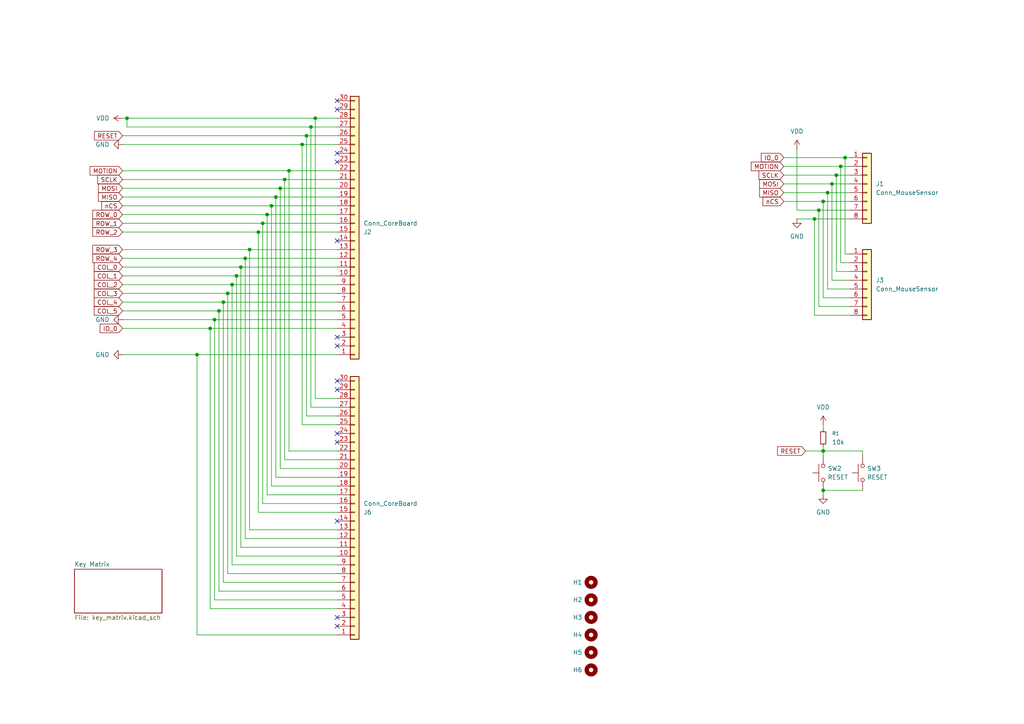
<source format=kicad_sch>
(kicad_sch (version 20250114) (generator "eeschema") (generator_version "9.0")
  (paper "A4")
  (lib_symbols
    (symbol "Connector_Generic:Conn_01x08" (pin_names (offset 1.016) (hide yes))
      (property "Reference" "J" (at 0 10.16 0))
      (property "Value" "Conn_01x08" (at 0 -12.7 0))
      (symbol "Conn_01x08_1_1"
        (rectangle (start -1.27 8.89) (end 1.27 -11.43) (stroke (width 0.254)) (fill (type background)))
        (rectangle (start -1.27 7.747) (end 0 7.493) (stroke (width 0.1524)))
        (rectangle (start -1.27 5.207) (end 0 4.953) (stroke (width 0.1524)))
        (rectangle (start -1.27 2.667) (end 0 2.413) (stroke (width 0.1524)))
        (rectangle (start -1.27 0.127) (end 0 -0.127) (stroke (width 0.1524)))
        (rectangle (start -1.27 -2.413) (end 0 -2.667) (stroke (width 0.1524)))
        (rectangle (start -1.27 -4.953) (end 0 -5.207) (stroke (width 0.1524)))
        (rectangle (start -1.27 -7.493) (end 0 -7.747) (stroke (width 0.1524)))
        (rectangle (start -1.27 -10.033) (end 0 -10.287) (stroke (width 0.1524)))
        (pin passive line (at -5.08 7.62 0) (length 3.81) (name "Pin_1") (number "1"))
        (pin passive line (at -5.08 5.08 0) (length 3.81) (name "Pin_2") (number "2"))
        (pin passive line (at -5.08 2.54 0) (length 3.81) (name "Pin_3") (number "3"))
        (pin passive line (at -5.08 0 0) (length 3.81) (name "Pin_4") (number "4"))
        (pin passive line (at -5.08 -2.54 0) (length 3.81) (name "Pin_5") (number "5"))
        (pin passive line (at -5.08 -5.08 0) (length 3.81) (name "Pin_6") (number "6"))
        (pin passive line (at -5.08 -7.62 0) (length 3.81) (name "Pin_7") (number "7"))
        (pin passive line (at -5.08 -10.16 0) (length 3.81) (name "Pin_8") (number "8"))
      )
    )
    (symbol "Connector_Generic:Conn_01x30" (pin_names (offset 1.016) (hide yes))
      (property "Reference" "J" (at 0 38.1 0))
      (property "Value" "Conn_01x30" (at 0 -40.64 0))
      (symbol "Conn_01x30_1_1"
        (rectangle (start -1.27 36.83) (end 1.27 -39.37) (stroke (width 0.254)) (fill (type background)))
        (rectangle (start -1.27 35.687) (end 0 35.433) (stroke (width 0.1524)))
        (rectangle (start -1.27 33.147) (end 0 32.893) (stroke (width 0.1524)))
        (rectangle (start -1.27 30.607) (end 0 30.353) (stroke (width 0.1524)))
        (rectangle (start -1.27 28.067) (end 0 27.813) (stroke (width 0.1524)))
        (rectangle (start -1.27 25.527) (end 0 25.273) (stroke (width 0.1524)))
        (rectangle (start -1.27 22.987) (end 0 22.733) (stroke (width 0.1524)))
        (rectangle (start -1.27 20.447) (end 0 20.193) (stroke (width 0.1524)))
        (rectangle (start -1.27 17.907) (end 0 17.653) (stroke (width 0.1524)))
        (rectangle (start -1.27 15.367) (end 0 15.113) (stroke (width 0.1524)))
        (rectangle (start -1.27 12.827) (end 0 12.573) (stroke (width 0.1524)))
        (rectangle (start -1.27 10.287) (end 0 10.033) (stroke (width 0.1524)))
        (rectangle (start -1.27 7.747) (end 0 7.493) (stroke (width 0.1524)))
        (rectangle (start -1.27 5.207) (end 0 4.953) (stroke (width 0.1524)))
        (rectangle (start -1.27 2.667) (end 0 2.413) (stroke (width 0.1524)))
        (rectangle (start -1.27 0.127) (end 0 -0.127) (stroke (width 0.1524)))
        (rectangle (start -1.27 -2.413) (end 0 -2.667) (stroke (width 0.1524)))
        (rectangle (start -1.27 -4.953) (end 0 -5.207) (stroke (width 0.1524)))
        (rectangle (start -1.27 -7.493) (end 0 -7.747) (stroke (width 0.1524)))
        (rectangle (start -1.27 -10.033) (end 0 -10.287) (stroke (width 0.1524)))
        (rectangle (start -1.27 -12.573) (end 0 -12.827) (stroke (width 0.1524)))
        (rectangle (start -1.27 -15.113) (end 0 -15.367) (stroke (width 0.1524)))
        (rectangle (start -1.27 -17.653) (end 0 -17.907) (stroke (width 0.1524)))
        (rectangle (start -1.27 -20.193) (end 0 -20.447) (stroke (width 0.1524)))
        (rectangle (start -1.27 -22.733) (end 0 -22.987) (stroke (width 0.1524)))
        (rectangle (start -1.27 -25.273) (end 0 -25.527) (stroke (width 0.1524)))
        (rectangle (start -1.27 -27.813) (end 0 -28.067) (stroke (width 0.1524)))
        (rectangle (start -1.27 -30.353) (end 0 -30.607) (stroke (width 0.1524)))
        (rectangle (start -1.27 -32.893) (end 0 -33.147) (stroke (width 0.1524)))
        (rectangle (start -1.27 -35.433) (end 0 -35.687) (stroke (width 0.1524)))
        (rectangle (start -1.27 -37.973) (end 0 -38.227) (stroke (width 0.1524)))
        (pin passive line (at -5.08 35.56 0) (length 3.81) (name "Pin_1") (number "1"))
        (pin passive line (at -5.08 33.02 0) (length 3.81) (name "Pin_2") (number "2"))
        (pin passive line (at -5.08 30.48 0) (length 3.81) (name "Pin_3") (number "3"))
        (pin passive line (at -5.08 27.94 0) (length 3.81) (name "Pin_4") (number "4"))
        (pin passive line (at -5.08 25.4 0) (length 3.81) (name "Pin_5") (number "5"))
        (pin passive line (at -5.08 22.86 0) (length 3.81) (name "Pin_6") (number "6"))
        (pin passive line (at -5.08 20.32 0) (length 3.81) (name "Pin_7") (number "7"))
        (pin passive line (at -5.08 17.78 0) (length 3.81) (name "Pin_8") (number "8"))
        (pin passive line (at -5.08 15.24 0) (length 3.81) (name "Pin_9") (number "9"))
        (pin passive line (at -5.08 12.7 0) (length 3.81) (name "Pin_10") (number "10"))
        (pin passive line (at -5.08 10.16 0) (length 3.81) (name "Pin_11") (number "11"))
        (pin passive line (at -5.08 7.62 0) (length 3.81) (name "Pin_12") (number "12"))
        (pin passive line (at -5.08 5.08 0) (length 3.81) (name "Pin_13") (number "13"))
        (pin passive line (at -5.08 2.54 0) (length 3.81) (name "Pin_14") (number "14"))
        (pin passive line (at -5.08 0 0) (length 3.81) (name "Pin_15") (number "15"))
        (pin passive line (at -5.08 -2.54 0) (length 3.81) (name "Pin_16") (number "16"))
        (pin passive line (at -5.08 -5.08 0) (length 3.81) (name "Pin_17") (number "17"))
        (pin passive line (at -5.08 -7.62 0) (length 3.81) (name "Pin_18") (number "18"))
        (pin passive line (at -5.08 -10.16 0) (length 3.81) (name "Pin_19") (number "19"))
        (pin passive line (at -5.08 -12.7 0) (length 3.81) (name "Pin_20") (number "20"))
        (pin passive line (at -5.08 -15.24 0) (length 3.81) (name "Pin_21") (number "21"))
        (pin passive line (at -5.08 -17.78 0) (length 3.81) (name "Pin_22") (number "22"))
        (pin passive line (at -5.08 -20.32 0) (length 3.81) (name "Pin_23") (number "23"))
        (pin passive line (at -5.08 -22.86 0) (length 3.81) (name "Pin_24") (number "24"))
        (pin passive line (at -5.08 -25.4 0) (length 3.81) (name "Pin_25") (number "25"))
        (pin passive line (at -5.08 -27.94 0) (length 3.81) (name "Pin_26") (number "26"))
        (pin passive line (at -5.08 -30.48 0) (length 3.81) (name "Pin_27") (number "27"))
        (pin passive line (at -5.08 -33.02 0) (length 3.81) (name "Pin_28") (number "28"))
        (pin passive line (at -5.08 -35.56 0) (length 3.81) (name "Pin_29") (number "29"))
        (pin passive line (at -5.08 -38.1 0) (length 3.81) (name "Pin_30") (number "30"))
      )
    )
    (symbol "Device:R_Small" (pin_numbers (hide yes)) (pin_names (offset 0.254) (hide yes))
      (property "Reference" "R" (at 0 0 90))
      (property "Value" "R_Small" (at 1.778 0 90))
      (symbol "R_Small_0_1"
        (rectangle (start -0.762 1.778) (end 0.762 -1.778) (stroke (width 0.2032)))
      )
      (symbol "R_Small_1_1"
        (pin passive line (at 0 2.54 270) (length 0.762) (name "~") (number "1"))
        (pin passive line (at 0 -2.54 90) (length 0.762) (name "~") (number "2"))
      )
    )
    (symbol "Mechanical:MountingHole" (pin_names (offset 1.016)) (in_bom no)
      (property "Reference" "H" (at 0 5.08 0))
      (property "Value" "MountingHole" (at 0 3.175 0))
      (symbol "MountingHole_0_1"
        (circle (center 0 0) (radius 1.27) (stroke (width 1.27)))
      )
    )
    (symbol "Switch:SW_Push" (pin_numbers (hide yes)) (pin_names (offset 1.016) (hide yes))
      (property "Reference" "SW" (at 1.27 2.54 0))
      (property "Value" "SW_Push" (at 0 -1.524 0))
      (symbol "SW_Push_0_1"
        (circle (center -2.032 0) (radius 0.508))
        (polyline (pts (xy 0 1.27) (xy 0 3.048)))
        (circle (center 2.032 0) (radius 0.508))
        (polyline (pts (xy 2.54 1.27) (xy -2.54 1.27)))
        (pin passive line (at -5.08 0 0) (length 2.54) (name "1") (number "1"))
        (pin passive line (at 5.08 0 180) (length 2.54) (name "2") (number "2"))
      )
    )
    (symbol "power:GND" (power) (pin_numbers (hide yes)) (pin_names (offset 0) (hide yes))
      (property "Value" "GND" (at 0 -3.81 0))
      (symbol "GND_0_1"
        (polyline (pts (xy 0 0) (xy 0 -1.27) (xy 1.27 -1.27) (xy 0 -2.54) (xy -1.27 -1.27) (xy 0 -1.27)))
      )
      (symbol "GND_1_1"
        (pin power_in line (at 0 0 270) (length 0) (name "~") (number "1"))
      )
    )
    (symbol "power:VDD" (power) (pin_numbers (hide yes)) (pin_names (offset 0) (hide yes))
      (property "Value" "VDD" (at 0 3.556 0))
      (symbol "VDD_0_1"
        (polyline (pts (xy -0.762 1.27) (xy 0 2.54)))
        (polyline (pts (xy 0 2.54) (xy 0.762 1.27)))
        (polyline (pts (xy 0 0) (xy 0 2.54)))
      )
      (symbol "VDD_1_1"
        (pin power_in line (at 0 0 90) (length 0) (name "~") (number "1"))
      )
    )
  )
  (junction (at 74.93 67.31))
  (junction (at 245.11 45.72))
  (junction (at 240.03 55.88))
  (junction (at 64.77 87.63))
  (junction (at 68.58 80.01))
  (junction (at 69.85 77.47))
  (junction (at 238.76 142.24))
  (junction (at 78.74 59.69))
  (junction (at 71.12 74.93))
  (junction (at 83.82 49.53))
  (junction (at 66.04 85.09))
  (junction (at 60.96 95.25))
  (junction (at 72.39 72.39))
  (junction (at 242.57 50.8))
  (junction (at 62.23 92.71))
  (junction (at 63.5 90.17))
  (junction (at 82.55 52.07))
  (junction (at 241.3 53.34))
  (junction (at 80.01 57.15))
  (junction (at 36.83 34.29))
  (junction (at 67.31 82.55))
  (junction (at 243.84 48.26))
  (junction (at 87.63 41.91))
  (junction (at 238.76 58.42))
  (junction (at 77.47 62.23))
  (junction (at 88.9 39.37))
  (junction (at 91.44 34.29))
  (junction (at 81.28 54.61))
  (junction (at 237.49 60.96))
  (junction (at 236.22 63.5))
  (junction (at 57.15 102.87))
  (junction (at 90.17 36.83))
  (junction (at 238.76 130.81))
  (junction (at 76.2 64.77))
  (no_connect (at 97.79 97.79))
  (no_connect (at 97.79 31.75))
  (no_connect (at 97.79 44.45))
  (no_connect (at 97.79 110.49))
  (no_connect (at 97.79 125.73))
  (no_connect (at 97.79 69.85))
  (no_connect (at 97.79 151.13))
  (no_connect (at 97.79 128.27))
  (no_connect (at 97.79 181.61))
  (no_connect (at 97.79 29.21))
  (no_connect (at 97.79 179.07))
  (no_connect (at 97.79 113.03))
  (no_connect (at 97.79 46.99))
  (no_connect (at 97.79 100.33))
  (wire (pts (xy 242.57 50.8) (xy 246.38 50.8)))
  (wire (pts (xy 35.56 90.17) (xy 63.5 90.17)))
  (wire (pts (xy 63.5 90.17) (xy 97.79 90.17)))
  (wire (pts (xy 236.22 63.5) (xy 246.38 63.5)))
  (wire (pts (xy 97.79 146.05) (xy 76.2 146.05)))
  (wire (pts (xy 78.74 59.69) (xy 97.79 59.69)))
  (wire (pts (xy 35.56 67.31) (xy 74.93 67.31)))
  (wire (pts (xy 83.82 49.53) (xy 83.82 130.81)))
  (wire (pts (xy 67.31 82.55) (xy 97.79 82.55)))
  (wire (pts (xy 97.79 184.15) (xy 57.15 184.15)))
  (wire (pts (xy 97.79 163.83) (xy 67.31 163.83)))
  (wire (pts (xy 35.56 85.09) (xy 66.04 85.09)))
  (wire (pts (xy 238.76 142.24) (xy 250.19 142.24)))
  (wire (pts (xy 87.63 123.19) (xy 97.79 123.19)))
  (wire (pts (xy 231.14 60.96) (xy 231.14 43.18)))
  (wire (pts (xy 238.76 130.81) (xy 233.68 130.81)))
  (wire (pts (xy 97.79 118.11) (xy 90.17 118.11)))
  (wire (pts (xy 97.79 166.37) (xy 66.04 166.37)))
  (wire (pts (xy 35.56 52.07) (xy 82.55 52.07)))
  (wire (pts (xy 238.76 132.08) (xy 238.76 130.81)))
  (wire (pts (xy 82.55 52.07) (xy 82.55 133.35)))
  (wire (pts (xy 57.15 102.87) (xy 57.15 184.15)))
  (wire (pts (xy 227.33 58.42) (xy 238.76 58.42)))
  (wire (pts (xy 82.55 52.07) (xy 97.79 52.07)))
  (wire (pts (xy 77.47 62.23) (xy 97.79 62.23)))
  (wire (pts (xy 35.56 82.55) (xy 67.31 82.55)))
  (wire (pts (xy 246.38 73.66) (xy 245.11 73.66)))
  (wire (pts (xy 90.17 36.83) (xy 90.17 118.11)))
  (wire (pts (xy 68.58 80.01) (xy 68.58 161.29)))
  (wire (pts (xy 64.77 87.63) (xy 97.79 87.63)))
  (wire (pts (xy 97.79 171.45) (xy 63.5 171.45)))
  (wire (pts (xy 97.79 148.59) (xy 74.93 148.59)))
  (wire (pts (xy 250.19 132.08) (xy 250.19 130.81)))
  (wire (pts (xy 69.85 77.47) (xy 69.85 158.75)))
  (wire (pts (xy 81.28 54.61) (xy 81.28 135.89)))
  (wire (pts (xy 250.19 130.81) (xy 238.76 130.81)))
  (wire (pts (xy 35.56 64.77) (xy 76.2 64.77)))
  (wire (pts (xy 227.33 48.26) (xy 243.84 48.26)))
  (wire (pts (xy 97.79 173.99) (xy 62.23 173.99)))
  (wire (pts (xy 62.23 92.71) (xy 97.79 92.71)))
  (wire (pts (xy 91.44 34.29) (xy 91.44 115.57)))
  (wire (pts (xy 72.39 72.39) (xy 97.79 72.39)))
  (wire (pts (xy 74.93 67.31) (xy 74.93 148.59)))
  (wire (pts (xy 35.56 102.87) (xy 57.15 102.87)))
  (wire (pts (xy 238.76 58.42) (xy 238.76 86.36)))
  (wire (pts (xy 97.79 158.75) (xy 69.85 158.75)))
  (wire (pts (xy 35.56 74.93) (xy 71.12 74.93)))
  (wire (pts (xy 78.74 59.69) (xy 78.74 140.97)))
  (wire (pts (xy 74.93 67.31) (xy 97.79 67.31)))
  (wire (pts (xy 241.3 53.34) (xy 241.3 81.28)))
  (wire (pts (xy 237.49 60.96) (xy 231.14 60.96)))
  (wire (pts (xy 245.11 45.72) (xy 246.38 45.72)))
  (wire (pts (xy 83.82 49.53) (xy 97.79 49.53)))
  (wire (pts (xy 66.04 85.09) (xy 97.79 85.09)))
  (wire (pts (xy 246.38 83.82) (xy 240.03 83.82)))
  (wire (pts (xy 87.63 41.91) (xy 97.79 41.91)))
  (wire (pts (xy 77.47 62.23) (xy 77.47 143.51)))
  (wire (pts (xy 71.12 74.93) (xy 97.79 74.93)))
  (wire (pts (xy 97.79 153.67) (xy 72.39 153.67)))
  (wire (pts (xy 71.12 74.93) (xy 71.12 156.21)))
  (wire (pts (xy 72.39 72.39) (xy 72.39 153.67)))
  (wire (pts (xy 243.84 48.26) (xy 243.84 76.2)))
  (wire (pts (xy 90.17 36.83) (xy 97.79 36.83)))
  (wire (pts (xy 97.79 176.53) (xy 60.96 176.53)))
  (wire (pts (xy 35.56 92.71) (xy 62.23 92.71)))
  (wire (pts (xy 246.38 76.2) (xy 243.84 76.2)))
  (wire (pts (xy 35.56 39.37) (xy 88.9 39.37)))
  (wire (pts (xy 63.5 90.17) (xy 63.5 171.45)))
  (wire (pts (xy 97.79 115.57) (xy 91.44 115.57)))
  (wire (pts (xy 97.79 140.97) (xy 78.74 140.97)))
  (wire (pts (xy 69.85 77.47) (xy 97.79 77.47)))
  (wire (pts (xy 97.79 138.43) (xy 80.01 138.43)))
  (wire (pts (xy 35.56 62.23) (xy 77.47 62.23)))
  (wire (pts (xy 80.01 57.15) (xy 97.79 57.15)))
  (wire (pts (xy 97.79 143.51) (xy 77.47 143.51)))
  (wire (pts (xy 68.58 80.01) (xy 97.79 80.01)))
  (wire (pts (xy 57.15 102.87) (xy 97.79 102.87)))
  (wire (pts (xy 236.22 63.5) (xy 236.22 91.44)))
  (wire (pts (xy 97.79 133.35) (xy 82.55 133.35)))
  (wire (pts (xy 88.9 39.37) (xy 97.79 39.37)))
  (wire (pts (xy 35.56 87.63) (xy 64.77 87.63)))
  (wire (pts (xy 238.76 129.54) (xy 238.76 130.81)))
  (wire (pts (xy 227.33 45.72) (xy 245.11 45.72)))
  (wire (pts (xy 243.84 48.26) (xy 246.38 48.26)))
  (wire (pts (xy 246.38 81.28) (xy 241.3 81.28)))
  (wire (pts (xy 238.76 143.51) (xy 238.76 142.24)))
  (wire (pts (xy 36.83 36.83) (xy 90.17 36.83)))
  (wire (pts (xy 64.77 87.63) (xy 64.77 168.91)))
  (wire (pts (xy 240.03 55.88) (xy 240.03 83.82)))
  (wire (pts (xy 97.79 130.81) (xy 83.82 130.81)))
  (wire (pts (xy 97.79 161.29) (xy 68.58 161.29)))
  (wire (pts (xy 97.79 156.21) (xy 71.12 156.21)))
  (wire (pts (xy 76.2 64.77) (xy 76.2 146.05)))
  (wire (pts (xy 35.56 34.29) (xy 36.83 34.29)))
  (wire (pts (xy 80.01 57.15) (xy 80.01 138.43)))
  (wire (pts (xy 60.96 95.25) (xy 60.96 176.53)))
  (wire (pts (xy 227.33 53.34) (xy 241.3 53.34)))
  (wire (pts (xy 242.57 50.8) (xy 242.57 78.74)))
  (wire (pts (xy 35.56 57.15) (xy 80.01 57.15)))
  (wire (pts (xy 87.63 41.91) (xy 87.63 123.19)))
  (wire (pts (xy 35.56 41.91) (xy 87.63 41.91)))
  (wire (pts (xy 97.79 168.91) (xy 64.77 168.91)))
  (wire (pts (xy 240.03 55.88) (xy 246.38 55.88)))
  (wire (pts (xy 35.56 80.01) (xy 68.58 80.01)))
  (wire (pts (xy 66.04 85.09) (xy 66.04 166.37)))
  (wire (pts (xy 81.28 54.61) (xy 97.79 54.61)))
  (wire (pts (xy 67.31 82.55) (xy 67.31 163.83)))
  (wire (pts (xy 227.33 50.8) (xy 242.57 50.8)))
  (wire (pts (xy 76.2 64.77) (xy 97.79 64.77)))
  (wire (pts (xy 91.44 34.29) (xy 97.79 34.29)))
  (wire (pts (xy 35.56 72.39) (xy 72.39 72.39)))
  (wire (pts (xy 97.79 120.65) (xy 88.9 120.65)))
  (wire (pts (xy 241.3 53.34) (xy 246.38 53.34)))
  (wire (pts (xy 36.83 34.29) (xy 91.44 34.29)))
  (wire (pts (xy 246.38 91.44) (xy 236.22 91.44)))
  (wire (pts (xy 35.56 77.47) (xy 69.85 77.47)))
  (wire (pts (xy 246.38 78.74) (xy 242.57 78.74)))
  (wire (pts (xy 62.23 92.71) (xy 62.23 173.99)))
  (wire (pts (xy 35.56 49.53) (xy 83.82 49.53)))
  (wire (pts (xy 60.96 95.25) (xy 97.79 95.25)))
  (wire (pts (xy 237.49 60.96) (xy 237.49 88.9)))
  (wire (pts (xy 238.76 58.42) (xy 246.38 58.42)))
  (wire (pts (xy 238.76 123.19) (xy 238.76 124.46)))
  (wire (pts (xy 246.38 88.9) (xy 237.49 88.9)))
  (wire (pts (xy 227.33 55.88) (xy 240.03 55.88)))
  (wire (pts (xy 35.56 95.25) (xy 60.96 95.25)))
  (wire (pts (xy 35.56 59.69) (xy 78.74 59.69)))
  (wire (pts (xy 35.56 54.61) (xy 81.28 54.61)))
  (wire (pts (xy 36.83 34.29) (xy 36.83 36.83)))
  (wire (pts (xy 231.14 63.5) (xy 236.22 63.5)))
  (wire (pts (xy 246.38 60.96) (xy 237.49 60.96)))
  (wire (pts (xy 246.38 86.36) (xy 238.76 86.36)))
  (wire (pts (xy 97.79 135.89) (xy 81.28 135.89)))
  (wire (pts (xy 88.9 39.37) (xy 88.9 120.65)))
  (wire (pts (xy 245.11 45.72) (xy 245.11 73.66)))
  (global_label "MISO" (shape input) (at 227.33 55.88 180) (property "Intersheetrefs" "${INTERSHEET_REFS}" (effects (hide yes))))
  (global_label "COL_5" (shape input) (at 35.56 90.17 180) (property "Intersheetrefs" "${INTERSHEET_REFS}" (effects (hide yes))))
  (global_label "COL_3" (shape input) (at 35.56 85.09 180) (property "Intersheetrefs" "${INTERSHEET_REFS}" (effects (hide yes))))
  (global_label "nCS" (shape input) (at 35.56 59.69 180) (property "Intersheetrefs" "${INTERSHEET_REFS}" (effects (hide yes))))
  (global_label "ROW_0" (shape input) (at 35.56 62.23 180) (property "Intersheetrefs" "${INTERSHEET_REFS}" (effects (hide yes))))
  (global_label "nCS" (shape input) (at 227.33 58.42 180) (property "Intersheetrefs" "${INTERSHEET_REFS}" (effects (hide yes))))
  (global_label "ROW_4" (shape input) (at 35.56 74.93 180) (property "Intersheetrefs" "${INTERSHEET_REFS}" (effects (hide yes))))
  (global_label "IO_0" (shape input) (at 35.56 95.25 180) (property "Intersheetrefs" "${INTERSHEET_REFS}" (effects (hide yes))))
  (global_label "IO_0" (shape input) (at 227.33 45.72 180) (property "Intersheetrefs" "${INTERSHEET_REFS}" (effects (hide yes))))
  (global_label "COL_0" (shape input) (at 35.56 77.47 180) (property "Intersheetrefs" "${INTERSHEET_REFS}" (effects (hide yes))))
  (global_label "MOSI" (shape input) (at 35.56 54.61 180) (property "Intersheetrefs" "${INTERSHEET_REFS}" (effects (hide yes))))
  (global_label "SCLK" (shape input) (at 227.33 50.8 180) (property "Intersheetrefs" "${INTERSHEET_REFS}" (effects (hide yes))))
  (global_label "MISO" (shape input) (at 35.56 57.15 180) (property "Intersheetrefs" "${INTERSHEET_REFS}" (effects (hide yes))))
  (global_label "COL_2" (shape input) (at 35.56 82.55 180) (property "Intersheetrefs" "${INTERSHEET_REFS}" (effects (hide yes))))
  (global_label "MOTION" (shape input) (at 35.56 49.53 180) (property "Intersheetrefs" "${INTERSHEET_REFS}" (effects (hide yes))))
  (global_label "ROW_3" (shape input) (at 35.56 72.39 180) (property "Intersheetrefs" "${INTERSHEET_REFS}" (effects (hide yes))))
  (global_label "MOTION" (shape input) (at 227.33 48.26 180) (property "Intersheetrefs" "${INTERSHEET_REFS}" (effects (hide yes))))
  (global_label "RESET" (shape input) (at 233.68 130.81 180) (property "Intersheetrefs" "${INTERSHEET_REFS}" (effects (hide yes))))
  (global_label "RESET" (shape input) (at 35.56 39.37 180) (property "Intersheetrefs" "${INTERSHEET_REFS}" (effects (hide yes))))
  (global_label "COL_4" (shape input) (at 35.56 87.63 180) (property "Intersheetrefs" "${INTERSHEET_REFS}" (effects (hide yes))))
  (global_label "SCLK" (shape input) (at 35.56 52.07 180) (property "Intersheetrefs" "${INTERSHEET_REFS}" (effects (hide yes))))
  (global_label "ROW_1" (shape input) (at 35.56 64.77 180) (property "Intersheetrefs" "${INTERSHEET_REFS}" (effects (hide yes))))
  (global_label "COL_1" (shape input) (at 35.56 80.01 180) (property "Intersheetrefs" "${INTERSHEET_REFS}" (effects (hide yes))))
  (global_label "ROW_2" (shape input) (at 35.56 67.31 180) (property "Intersheetrefs" "${INTERSHEET_REFS}" (effects (hide yes))))
  (global_label "MOSI" (shape input) (at 227.33 53.34 180) (property "Intersheetrefs" "${INTERSHEET_REFS}" (effects (hide yes))))
  (symbol (lib_id "Connector_Generic:Conn_01x08") (at 251.46 81.28 0) (unit 1)
    (property "Reference" "J3" (at 254 81.2799 0) (effects (justify left)))
    (property "Value" "Conn_MouseSensor" (at 254 83.8199 0) (effects (justify left)))
    (property "Footprint" "ErgoSNM_Keyboard:FPC_8P_0.5mm_AFC01-S08FCA-00" (effects (hide yes)))
    (property "MFR. Part #" "FPC-05F-8PH20" (effects (hide yes)))
    (property "JLCPCB Part #" "C2856797" (effects (hide yes)))
  )
  (symbol (lib_id "power:GND") (at 231.14 63.5 0) (unit 1)
    (property "Reference" "#PWR08" (effects (hide yes)))
    (property "Value" "GND" (at 231.14 68.58 0))
    (property "Description" "Power symbol creates a global label with name \"GND\" , ground" (effects (hide yes)))
  )
  (symbol (lib_id "power:VDD") (at 35.56 34.29 90) (mirror x) (unit 1)
    (property "Reference" "#PWR03" (effects (hide yes)))
    (property "Value" "VDD" (at 31.75 34.2899 90) (effects (justify left)))
    (property "Description" "Power symbol creates a global label with name \"VDD\"" (effects (hide yes)))
  )
  (symbol (lib_id "Connector_Generic:Conn_01x30") (at 102.87 67.31 0) (mirror x) (unit 1)
    (property "Reference" "J2" (at 105.41 67.3101 0) (effects (justify left)))
    (property "Value" "Conn_CoreBoard" (at 105.41 64.7701 0) (effects (justify left)))
    (property "Footprint" "Connector_FFC-FPC:TE_3-1734839-0_1x30-1MP_P0.5mm_Horizontal" (effects (hide yes)))
    (property "Description" "Generic connector, single row, 01x30, script generated (kicad-library-utils/schlib/autogen/connector/)" (effects (hide yes)))
    (property "JLCPCB Part #" "C2856808" (effects (hide yes)))
    (property "MFR. Part #" "FPC-05F-30PH20" (effects (hide yes)))
  )
  (symbol (lib_id "Connector_Generic:Conn_01x30") (at 102.87 148.59 0) (mirror x) (unit 1)
    (property "Reference" "J6" (at 105.41 148.5901 0) (effects (justify left)))
    (property "Value" "Conn_CoreBoard" (at 105.41 146.0501 0) (effects (justify left)))
    (property "Footprint" "Connector_FFC-FPC:TE_3-1734839-0_1x30-1MP_P0.5mm_Horizontal" (effects (hide yes)))
    (property "Description" "Generic connector, single row, 01x30, script generated (kicad-library-utils/schlib/autogen/connector/)" (effects (hide yes)))
    (property "JLCPCB Part #" "C2856808" (effects (hide yes)))
    (property "MFR. Part #" "FPC-05F-30PH20" (effects (hide yes)))
  )
  (symbol (lib_id "power:VDD") (at 238.76 123.19 0) (unit 1)
    (property "Reference" "#PWR012" (effects (hide yes)))
    (property "Value" "VDD" (at 238.76 118.11 0))
    (property "Description" "Power symbol creates a global label with name \"VDD\"" (effects (hide yes)))
  )
  (symbol (lib_id "Connector_Generic:Conn_01x08") (at 251.46 53.34 0) (unit 1)
    (property "Reference" "J1" (at 254 53.3399 0) (effects (justify left)))
    (property "Value" "Conn_MouseSensor" (at 254 55.8799 0) (effects (justify left)))
    (property "Footprint" "ErgoSNM_Keyboard:FPC_8P_0.5mm_AFC01-S08FCA-00" (effects (hide yes)))
    (property "MFR. Part #" "FPC-05F-8PH20" (effects (hide yes)))
    (property "JLCPCB Part #" "C2856797" (effects (hide yes)))
  )
  (symbol (lib_id "power:GND") (at 35.56 92.71 270) (unit 1)
    (property "Reference" "#PWR010" (effects (hide yes)))
    (property "Value" "GND" (at 31.75 92.7099 90) (effects (justify right)))
    (property "Description" "Power symbol creates a global label with name \"GND\" , ground" (effects (hide yes)))
  )
  (symbol (lib_id "Switch:SW_Push") (at 238.76 137.16 90) (unit 1)
    (property "Reference" "SW2" (at 240.03 135.8899 90) (effects (justify right)))
    (property "Value" "RESET" (at 240.03 138.4299 90) (effects (justify right)))
    (property "Footprint" "Button_Switch_SMD:SW_SPST_TL3342" (effects (hide yes)))
    (property "Description" "Push button switch, generic, two pins" (effects (hide yes)))
    (property "JLCPCB Part #" "C318884" (effects (hide yes)))
    (property "MFR. Part #" "TS-1187A-B-A-B" (effects (hide yes)))
  )
  (symbol (lib_id "Mechanical:MountingHole") (at 171.45 179.07 0) (mirror y) (unit 1) (in_bom no)
    (property "Reference" "H3" (at 168.91 179.07 0) (effects (justify left)))
    (property "Footprint" "MountingHole:MountingHole_2.2mm_M2_ISO7380" (effects (hide yes)))
    (property "Description" "Mounting Hole without connection" (effects (hide yes)))
  )
  (symbol (lib_id "power:GND") (at 35.56 41.91 270) (unit 1)
    (property "Reference" "#PWR04" (effects (hide yes)))
    (property "Value" "GND" (at 31.75 41.9099 90) (effects (justify right)))
    (property "Description" "Power symbol creates a global label with name \"GND\" , ground" (effects (hide yes)))
  )
  (symbol (lib_id "Mechanical:MountingHole") (at 171.45 168.91 0) (mirror y) (unit 1) (in_bom no)
    (property "Reference" "H1" (at 168.91 168.91 0) (effects (justify left)))
    (property "Footprint" "MountingHole:MountingHole_2.2mm_M2_ISO7380" (effects (hide yes)))
    (property "Description" "Mounting Hole without connection" (effects (hide yes)))
  )
  (symbol (lib_id "Mechanical:MountingHole") (at 171.45 184.15 0) (mirror y) (unit 1) (in_bom no)
    (property "Reference" "H4" (at 168.91 184.15 0) (effects (justify left)))
    (property "Footprint" "MountingHole:MountingHole_2.2mm_M2_ISO7380" (effects (hide yes)))
    (property "Description" "Mounting Hole without connection" (effects (hide yes)))
  )
  (symbol (lib_id "Device:R_Small") (at 238.76 127 0) (unit 1)
    (property "Reference" "R1" (at 241.3 125.7299 0) (effects (font (size 1.016 1.016)) (justify left)))
    (property "Value" "10k" (at 241.3 128.2699 0) (effects (justify left)))
    (property "Footprint" "Resistor_SMD:R_0603_1608Metric" (effects (hide yes)))
    (property "Description" "Resistor, small symbol" (effects (hide yes)))
    (property "JLCPCB Part #" "C25804" (effects (hide yes)))
    (property "MFR. Part #" "0603WAF1002T5E" (effects (hide yes)))
  )
  (symbol (lib_id "Mechanical:MountingHole") (at 171.45 173.99 0) (mirror y) (unit 1) (in_bom no)
    (property "Reference" "H2" (at 168.91 173.99 0) (effects (justify left)))
    (property "Footprint" "MountingHole:MountingHole_2.2mm_M2_ISO7380" (effects (hide yes)))
    (property "Description" "Mounting Hole without connection" (effects (hide yes)))
  )
  (symbol (lib_id "Mechanical:MountingHole") (at 171.45 194.31 0) (mirror y) (unit 1) (in_bom no)
    (property "Reference" "H6" (at 168.91 194.31 0) (effects (justify left)))
    (property "Footprint" "MountingHole:MountingHole_2.2mm_M2_ISO7380" (effects (hide yes)))
    (property "Description" "Mounting Hole without connection" (effects (hide yes)))
  )
  (symbol (lib_id "power:VDD") (at 231.14 43.18 0) (unit 1)
    (property "Reference" "#PWR05" (effects (hide yes)))
    (property "Value" "VDD" (at 231.14 38.1 0))
    (property "Description" "Power symbol creates a global label with name \"VDD\"" (effects (hide yes)))
  )
  (symbol (lib_id "Switch:SW_Push") (at 250.19 137.16 90) (unit 1)
    (property "Reference" "SW3" (at 251.46 135.8899 90) (effects (justify right)))
    (property "Value" "RESET" (at 251.46 138.4299 90) (effects (justify right)))
    (property "Footprint" "Button_Switch_SMD:SW_SPST_TL3342" (effects (hide yes)))
    (property "Description" "Push button switch, generic, two pins" (effects (hide yes)))
    (property "JLCPCB Part #" "C318884" (effects (hide yes)))
    (property "MFR. Part #" "TS-1187A-B-A-B" (effects (hide yes)))
  )
  (symbol (lib_id "Mechanical:MountingHole") (at 171.45 189.23 0) (mirror y) (unit 1) (in_bom no)
    (property "Reference" "H5" (at 168.91 189.23 0) (effects (justify left)))
    (property "Footprint" "MountingHole:MountingHole_2.2mm_M2_ISO7380" (effects (hide yes)))
    (property "Description" "Mounting Hole without connection" (effects (hide yes)))
  )
  (symbol (lib_id "power:GND") (at 238.76 143.51 0) (unit 1)
    (property "Reference" "#PWR016" (effects (hide yes)))
    (property "Value" "GND" (at 238.76 148.59 0))
    (property "Description" "Power symbol creates a global label with name \"GND\" , ground" (effects (hide yes)))
  )
  (symbol (lib_id "power:GND") (at 35.56 102.87 270) (unit 1)
    (property "Reference" "#PWR011" (effects (hide yes)))
    (property "Value" "GND" (at 31.75 102.8699 90) (effects (justify right)))
    (property "Description" "Power symbol creates a global label with name \"GND\" , ground" (effects (hide yes)))
  )
  (sheet (at 21.59 165.1) (size 25.4 12.7) (stroke (width 0.1524))
    (property "Sheetname" "Key Matrix" (at 21.59 164.3884 0) (effects (justify left bottom)))
    (property "Sheetfile" "key_matrix.kicad_sch" (at 21.59 178.3846 0) (effects (justify left top)))
  )
)
</source>
